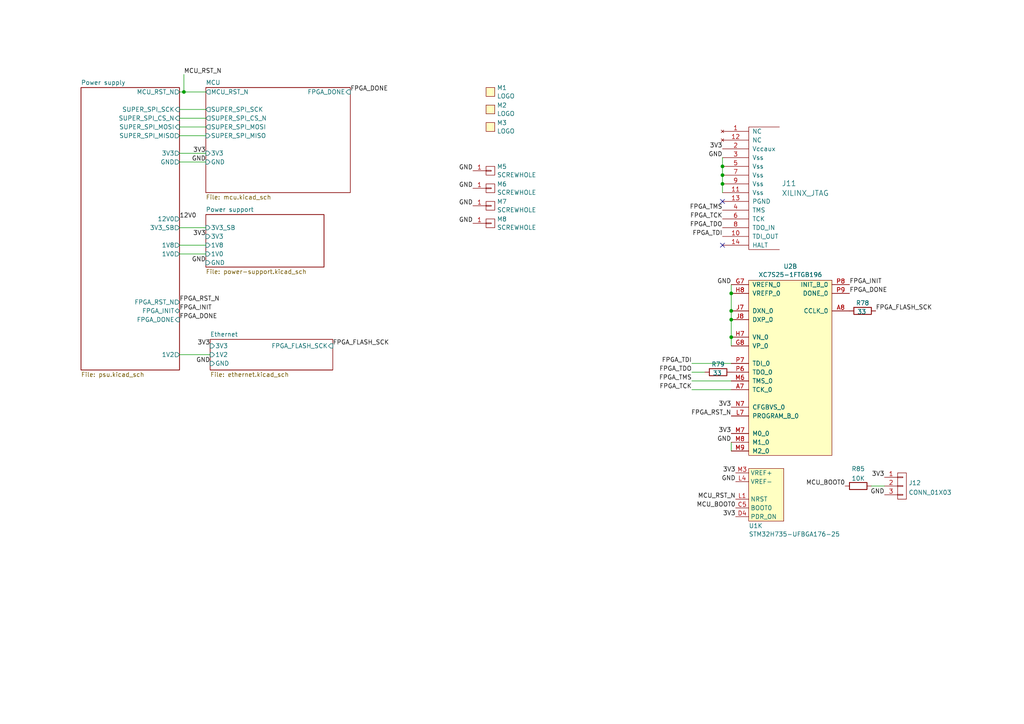
<source format=kicad_sch>
(kicad_sch (version 20231120) (generator "eeschema") (generator_version "8.0")
  (paper "A4")
  (title_block (title "FPGA - STM32 Interface Test") (date "2024-06-13") (rev "0.1") (company "Antikernel Labs") (comment 1 "Andrew D. Zonenberg"))
  (lib_symbols
    (symbol "conn:CONN_01X01" (pin_names (offset 1.016) hide)
      (property "Reference" "J" (at 0 2.54 0))
      (property "Value" "CONN_01X01" (at 2.54 0 90))
      (symbol "CONN_01X01_1_1"
        (pin passive line (at -5.08 0 0) (length 3.81) (name "P1") (number "1"))
      )
    )
    (symbol "conn:CONN_01X03" (pin_names (offset 1.016) hide)
      (property "Reference" "J" (at 0 5.08 0))
      (property "Value" "CONN_01X03" (at 2.54 0 90))
      (symbol "CONN_01X03_1_1"
        (pin passive line (at -5.08 2.54 0) (length 3.81) (name "P1") (number "1"))
        (pin passive line (at -5.08 0 0) (length 3.81) (name "P2") (number "2"))
        (pin passive line (at -5.08 -2.54 0) (length 3.81) (name "P3") (number "3"))
      )
    )
    (symbol "device:R" (pin_numbers hide) (pin_names (offset 0))
      (property "Reference" "R" (at 2.032 0 90))
      (property "Value" "R" (at 0 0 90))
      (symbol "R_1_1"
        (pin passive line (at 0 3.81 270) (length 1.27) (name "~") (number "1"))
        (pin passive line (at 0 -3.81 90) (length 1.27) (name "~") (number "2"))
      )
    )
    (symbol "special-azonenberg:MECHANICAL" (pin_names (offset 1.016))
      (property "Reference" "M" (at 0 -2.54 0))
      (property "Value" "MECHANICAL" (at 0 -5.08 0))
    )
    (symbol "st-azonenberg:STM32H735-UFBGA176-25"
      (property "Reference" "U" (at 0 -1.27 0))
      (property "Value" "STM32H735-UFBGA176-25" (at 0 -3.81 0))
      (symbol "STM32H735-UFBGA176-25_1_1"
        (pin bidirectional line (at -3.81 1.27 0) (length 3.81) (name "PA15") (number "A11") (alternate "JTDI" input line) (alternate "SPI6_NSS" bidirectional line))
        (pin bidirectional line (at -3.81 3.81 0) (length 3.81) (name "PA14") (number "A12") (alternate "JTCK" input line))
        (pin bidirectional line (at -3.81 6.35 0) (length 3.81) (name "PA13") (number "B13") (alternate "JTMS" input line))
        (pin bidirectional line (at -3.81 19.05 0) (length 3.81) (name "PA8") (number "B14"))
        (pin bidirectional line (at -3.81 8.89 0) (length 3.81) (name "PA12") (number "B15") (alternate "UART4_TX" output line))
        (pin bidirectional line (at -3.81 13.97 0) (length 3.81) (name "PA10") (number "C14"))
        (pin bidirectional line (at -3.81 11.43 0) (length 3.81) (name "PA11") (number "C15") (alternate "UART4_RX" input line))
        (pin bidirectional line (at -3.81 16.51 0) (length 3.81) (name "PA9") (number "D13"))
        (pin bidirectional line (at -3.81 31.75 0) (length 3.81) (name "PA3") (number "N5") (alternate "OCTOSPIM_P1_CLK" output line) (alternate "OCTOSPIM_P1_IO2" bidirectional line))
        (pin bidirectional line (at -3.81 21.59 0) (length 3.81) (name "PA7") (number "N6") (alternate "ETH_RMII_CRS_DV" input line) (alternate "OCTOSPIM_P1_IO2" bidirectional line) (alternate "SPI6_MOSI" bidirectional line))
        (pin bidirectional line (at -3.81 44.45 0) (length 3.81) (name "PA0") (number "P1") (alternate "SPI6_NSS" bidirectional line) (alternate "UART4_TX" output line))
        (pin bidirectional line (at -3.81 39.37 0) (length 3.81) (name "PA1") (number "P2") (alternate "ETH_RMII_REF_CLK" input line) (alternate "OCTOSPIM_P1_IO3" bidirectional line) (alternate "UART4_RX" input line))
        (pin bidirectional line (at -3.81 36.83 0) (length 3.81) (name "PA1_C") (number "P3"))
        (pin bidirectional line (at -3.81 29.21 0) (length 3.81) (name "PA4") (number "P5") (alternate "FMC_AD8" bidirectional line) (alternate "SPI6_NSS" input line))
        (pin bidirectional line (at -3.81 26.67 0) (length 3.81) (name "PA5") (number "P6") (alternate "FMC_AD9" bidirectional line) (alternate "SPI6_SCK" bidirectional line))
        (pin bidirectional line (at -3.81 34.29 0) (length 3.81) (name "PA2") (number "R2") (alternate "OCTOSPIM_P1_IO0" bidirectional line))
        (pin bidirectional line (at -3.81 41.91 0) (length 3.81) (name "PA0_C") (number "R3"))
        (pin bidirectional line (at -3.81 24.13 0) (length 3.81) (name "PA6") (number "R7") (alternate "OCTOSPIM_P1_IO3" bidirectional line))
      )
      (symbol "STM32H735-UFBGA176-25_2_1"
        (pin bidirectional line (at -3.81 19.05 0) (length 3.81) (name "PB8") (number "A2") (alternate "UART4_RX" input line))
        (pin bidirectional line (at -3.81 24.13 0) (length 3.81) (name "PB6") (number "A5") (alternate "OCTOSPIM_P1_NCS" bidirectional line))
        (pin bidirectional line (at -3.81 31.75 0) (length 3.81) (name "PB3") (number "A6") (alternate "JTDO" output line) (alternate "SPI6_SCK" bidirectional line))
        (pin bidirectional line (at -3.81 16.51 0) (length 3.81) (name "PB9") (number "B3") (alternate "UART4_TX" output line))
        (pin bidirectional line (at -3.81 21.59 0) (length 3.81) (name "PB7") (number "B5") (alternate "FMC_NL" bidirectional line))
        (pin bidirectional line (at -3.81 29.21 0) (length 3.81) (name "PB4") (number "B6") (alternate "NJTRST" bidirectional line))
        (pin bidirectional line (at -3.81 26.67 0) (length 3.81) (name "PB5") (number "C6") (alternate "SPI6_MOSI" bidirectional line))
        (pin bidirectional line (at -3.81 1.27 0) (length 3.81) (name "PB15") (number "K14") (alternate "FMC_AD11" bidirectional line))
        (pin bidirectional line (at -3.81 3.81 0) (length 3.81) (name "PB14") (number "K15") (alternate "FMC_AD10" bidirectional line))
        (pin bidirectional line (at -3.81 6.35 0) (length 3.81) (name "PB13") (number "L15") (alternate "ETH_RMII_TXD1" output line) (alternate "OCTOSPIM_P1_IO2" bidirectional line))
        (pin bidirectional line (at -3.81 8.89 0) (length 3.81) (name "PB12") (number "M15") (alternate "ETH_RMII_TXD0" output line) (alternate "OCTOSPIM_P1_IO0" bidirectional line))
        (pin bidirectional line (at -3.81 36.83 0) (length 3.81) (name "PB1") (number "M8") (alternate "OCTOSPIM_P1_IO0" bidirectional line))
        (pin bidirectional line (at -3.81 13.97 0) (length 3.81) (name "PB10") (number "N12") (alternate "I2C2_SCL" output line) (alternate "OCTOSPIM_P1_NCS" bidirectional line))
        (pin bidirectional line (at -3.81 11.43 0) (length 3.81) (name "PB11") (number "P10") (alternate "ETH_RMII_TX_EN" output line) (alternate "I2C2_SDA" bidirectional line))
        (pin bidirectional line (at -3.81 34.29 0) (length 3.81) (name "PB2") (number "P7") (alternate "OCTOSPIM_P1_CLK" output line))
        (pin bidirectional line (at -3.81 39.37 0) (length 3.81) (name "PB0") (number "R8") (alternate "OCTOSPIM_P1_IO1" bidirectional line))
      )
      (symbol "STM32H735-UFBGA176-25_3_1"
        (pin bidirectional line (at -3.81 8.89 0) (length 3.81) (name "PC12") (number "B11") (alternate "FMC_AD6" bidirectional line) (alternate "SPI6_SCK" bidirectional line) (alternate "TRACED3" bidirectional line))
        (pin bidirectional line (at -3.81 6.35 0) (length 3.81) (name "PC13") (number "C1"))
        (pin bidirectional line (at -3.81 11.43 0) (length 3.81) (name "PC11") (number "C11") (alternate "OCTOSPIM_P1_NCS" bidirectional line) (alternate "UART4_RX" input line))
        (pin bidirectional line (at -3.81 13.97 0) (length 3.81) (name "PC10") (number "C12") (alternate "OCTOSPIM_P1_IO1" bidirectional line) (alternate "UART4_TX" output line))
        (pin bidirectional line (at -3.81 1.27 0) (length 3.81) (name "PC15") (number "D1"))
        (pin bidirectional line (at -3.81 19.05 0) (length 3.81) (name "PC8") (number "D14") (alternate "TRACED1" bidirectional line))
        (pin bidirectional line (at -3.81 21.59 0) (length 3.81) (name "PC7") (number "D15") (alternate "FMC_NE1" bidirectional line))
        (pin bidirectional line (at -3.81 3.81 0) (length 3.81) (name "PC14") (number "D2"))
        (pin bidirectional line (at -3.81 16.51 0) (length 3.81) (name "PC9") (number "E13") (alternate "OCTOSPIM_P1_IO0" bidirectional line))
        (pin bidirectional line (at -3.81 24.13 0) (length 3.81) (name "PC6") (number "E14") (alternate "FMC_NWAIT" bidirectional line))
        (pin bidirectional line (at -3.81 44.45 0) (length 3.81) (name "PC0") (number "L2") (alternate "FMC_AD12" bidirectional line))
        (pin bidirectional line (at -3.81 41.91 0) (length 3.81) (name "PC1") (number "L3") (alternate "TRACED0" bidirectional line))
        (pin bidirectional line (at -3.81 39.37 0) (length 3.81) (name "PC2") (number "M1") (alternate "OCTOSPIM_P1_IO2" bidirectional line))
        (pin bidirectional line (at -3.81 34.29 0) (length 3.81) (name "PC3") (number "M2"))
        (pin bidirectional line (at -3.81 26.67 0) (length 3.81) (name "PC5") (number "M7") (alternate "ETH_RMII_RXD1" input line))
        (pin bidirectional line (at -3.81 36.83 0) (length 3.81) (name "PC2_C") (number "N1"))
        (pin bidirectional line (at -3.81 31.75 0) (length 3.81) (name "PC3_C") (number "N2"))
        (pin bidirectional line (at -3.81 29.21 0) (length 3.81) (name "PC4") (number "R6") (alternate "ETH_RMII_RXD0" input line))
      )
      (symbol "STM32H735-UFBGA176-25_4_1"
        (pin bidirectional line (at -3.81 36.83 0) (length 3.81) (name "PD1") (number "A10") (alternate "FMC_AD3" bidirectional line) (alternate "UART4_TX" output line))
        (pin bidirectional line (at -3.81 31.75 0) (length 3.81) (name "PD3") (number "A9") (alternate "FMC_CLK" output line))
        (pin bidirectional line (at -3.81 34.29 0) (length 3.81) (name "PD2") (number "B10") (alternate "FMC_AD7" bidirectional line) (alternate "TRACED2" bidirectional line))
        (pin bidirectional line (at -3.81 21.59 0) (length 3.81) (name "PD7") (number "B8") (alternate "FMC_NE1" bidirectional line))
        (pin bidirectional line (at -3.81 26.67 0) (length 3.81) (name "PD5") (number "B9") (alternate "FMC_NWE" output line))
        (pin bidirectional line (at -3.81 39.37 0) (length 3.81) (name "PD0") (number "C10") (alternate "FMC_AD2" bidirectional line) (alternate "UART4_RX" input line))
        (pin bidirectional line (at -3.81 29.21 0) (length 3.81) (name "PD4") (number "C9") (alternate "FMC_NOE" output line))
        (pin bidirectional line (at -3.81 24.13 0) (length 3.81) (name "PD6") (number "D9") (alternate "FMC_NWAIT" bidirectional line))
        (pin bidirectional line (at -3.81 3.81 0) (length 3.81) (name "PD14") (number "H14") (alternate "FMC_AD0" bidirectional line))
        (pin bidirectional line (at -3.81 6.35 0) (length 3.81) (name "PD13") (number "H15") (alternate "FMC_A18" output line) (alternate "OCTOSPIM_P1_IO3" bidirectional line))
        (pin bidirectional line (at -3.81 1.27 0) (length 3.81) (name "PD15") (number "J12") (alternate "FMC_AD1" bidirectional line))
        (pin bidirectional line (at -3.81 11.43 0) (length 3.81) (name "PD11") (number "J13") (alternate "FMC_A16" bidirectional line) (alternate "OCTOSPIM_P1_IO0" bidirectional line))
        (pin bidirectional line (at -3.81 8.89 0) (length 3.81) (name "PD12") (number "J15") (alternate "FMC_A17" bidirectional line) (alternate "OCTOSPIM_P1_IO1" bidirectional line))
        (pin bidirectional line (at -3.81 16.51 0) (length 3.81) (name "PD9") (number "K13") (alternate "FMC_AD14" bidirectional line))
        (pin bidirectional line (at -3.81 13.97 0) (length 3.81) (name "PD10") (number "L13") (alternate "FMC_AD15" bidirectional line))
        (pin bidirectional line (at -3.81 19.05 0) (length 3.81) (name "PD8") (number "L14") (alternate "FMC_AD13" bidirectional line))
      )
      (symbol "STM32H735-UFBGA176-25_5_1"
        (pin bidirectional line (at -3.81 29.21 0) (length 3.81) (name "PE4") (number "B1") (alternate "SPI4_NSS" input line) (alternate "TRACED1" bidirectional line))
        (pin bidirectional line (at -3.81 31.75 0) (length 3.81) (name "PE3") (number "B2") (alternate "TRACED0" output line))
        (pin bidirectional line (at -3.81 39.37 0) (length 3.81) (name "PE0") (number "B4") (alternate "FMC_NBL0" bidirectional line))
        (pin bidirectional line (at -3.81 34.29 0) (length 3.81) (name "PE2") (number "C3") (alternate "OCTOSPIM_P1_IO2" bidirectional line) (alternate "SPI4_SCK" output line) (alternate "TRACECLK" output line))
        (pin bidirectional line (at -3.81 36.83 0) (length 3.81) (name "PE1") (number "C4") (alternate "FMC_NBL1" bidirectional line))
        (pin bidirectional line (at -3.81 26.67 0) (length 3.81) (name "PE5") (number "D3") (alternate "SPI4_MISO" bidirectional line) (alternate "TRACED2" bidirectional line))
        (pin bidirectional line (at -3.81 24.13 0) (length 3.81) (name "PE6") (number "E3") (alternate "SPI4_MOSI" output line) (alternate "TRACED3" bidirectional line))
        (pin bidirectional line (at -3.81 3.81 0) (length 3.81) (name "PE14") (number "M12") (alternate "FMC_AD11" bidirectional line) (alternate "SPI4_MOSI" bidirectional line))
        (pin bidirectional line (at -3.81 19.05 0) (length 3.81) (name "PE8") (number "N8") (alternate "FMC_AD5" bidirectional line))
        (pin bidirectional line (at -3.81 8.89 0) (length 3.81) (name "PE12") (number "P12") (alternate "FMC_AD9" bidirectional line) (alternate "SPI4_SCK" bidirectional line))
        (pin bidirectional line (at -3.81 6.35 0) (length 3.81) (name "PE13") (number "P13") (alternate "FMC_AD10" bidirectional line) (alternate "SPI4_MISO" bidirectional line))
        (pin bidirectional line (at -3.81 1.27 0) (length 3.81) (name "PE15") (number "P14") (alternate "FMC_AD12" bidirectional line))
        (pin bidirectional line (at -3.81 21.59 0) (length 3.81) (name "PE7") (number "P9") (alternate "FMC_AD4" bidirectional line))
        (pin bidirectional line (at -3.81 16.51 0) (length 3.81) (name "PE9") (number "R11") (alternate "FMC_AD6" bidirectional line))
        (pin bidirectional line (at -3.81 11.43 0) (length 3.81) (name "PE11") (number "R12") (alternate "FMC_AD8" bidirectional line) (alternate "OCTOSPIM_P1_NCS" bidirectional line) (alternate "SPI4_NSS" input line))
        (pin bidirectional line (at -3.81 13.97 0) (length 3.81) (name "PE10") (number "R9") (alternate "FMC_AD7" bidirectional line))
      )
      (symbol "STM32H735-UFBGA176-25_6_1"
        (pin bidirectional line (at -3.81 36.83 0) (length 3.81) (name "PF1") (number "F3") (alternate "I2C2_SCL" output line) (alternate "OCTOSPIM_P2_IO1" bidirectional line))
        (pin bidirectional line (at -3.81 39.37 0) (length 3.81) (name "PF0") (number "F4") (alternate "I2C2_SDA" bidirectional line) (alternate "OCTOSPIM_P2_IO0" bidirectional line))
        (pin bidirectional line (at -3.81 34.29 0) (length 3.81) (name "PF2") (number "G3") (alternate "OCTOSPIM_P2_IO2" bidirectional line))
        (pin bidirectional line (at -3.81 24.13 0) (length 3.81) (name "PF6") (number "H1") (alternate "OCTOSPIM_P1_IO3" bidirectional line))
        (pin bidirectional line (at -3.81 29.21 0) (length 3.81) (name "PF4") (number "H2") (alternate "OCTOSPIM_P2_CLK" output line))
        (pin bidirectional line (at -3.81 26.67 0) (length 3.81) (name "PF5") (number "H3"))
        (pin bidirectional line (at -3.81 31.75 0) (length 3.81) (name "PF3") (number "H4") (alternate "OCTOSPIM_P2_IO3" bidirectional line))
        (pin bidirectional line (at -3.81 19.05 0) (length 3.81) (name "PF8") (number "J2") (alternate "OCTOSPIM_P1_IO0" bidirectional line))
        (pin bidirectional line (at -3.81 21.59 0) (length 3.81) (name "PF7") (number "J3") (alternate "OCTOSPIM_P1_IO2" bidirectional line))
        (pin bidirectional line (at -3.81 16.51 0) (length 3.81) (name "PF9") (number "J4") (alternate "OCTOSPIM_P1_IO1" bidirectional line))
        (pin bidirectional line (at -3.81 13.97 0) (length 3.81) (name "PF10") (number "K3") (alternate "OCTOSPIM_P1_CLK" output line))
        (pin bidirectional line (at -3.81 1.27 0) (length 3.81) (name "PF15") (number "N10"))
        (pin bidirectional line (at -3.81 6.35 0) (length 3.81) (name "PF13") (number "N11"))
        (pin bidirectional line (at -3.81 11.43 0) (length 3.81) (name "PF11") (number "N7"))
        (pin bidirectional line (at -3.81 8.89 0) (length 3.81) (name "PF12") (number "P11") (alternate "OCTOSPIM_P2_DQS" bidirectional line))
        (pin bidirectional line (at -3.81 3.81 0) (length 3.81) (name "PF14") (number "R10"))
      )
      (symbol "STM32H735-UFBGA176-25_7_1"
        (pin bidirectional line (at -3.81 11.43 0) (length 3.81) (name "PG11") (number "A7") (alternate "ETH_RMII_TX_EN" output line) (alternate "OCTOSPIM_P2_IO7" bidirectional line))
        (pin bidirectional line (at -3.81 16.51 0) (length 3.81) (name "PG9") (number "A8"))
        (pin bidirectional line (at -3.81 6.35 0) (length 3.81) (name "PG13") (number "B7") (alternate "ETH_RMII_TXD0" output line) (alternate "SPI6_SCK" bidirectional line) (alternate "TRACED0" bidirectional line))
        (pin bidirectional line (at -3.81 3.81 0) (length 3.81) (name "PG14") (number "C7") (alternate "ETH_RMII_TXD1" output line) (alternate "SPI6_MOSI" bidirectional line) (alternate "TRACED1" bidirectional line))
        (pin bidirectional line (at -3.81 13.97 0) (length 3.81) (name "PG10") (number "C8") (alternate "FMC_NE3" bidirectional line) (alternate "OCTOSPIM_P2_IO6" bidirectional line))
        (pin bidirectional line (at -3.81 1.27 0) (length 3.81) (name "PG15") (number "D7") (alternate "OCTOSPIM_P2_DQS" bidirectional line))
        (pin bidirectional line (at -3.81 8.89 0) (length 3.81) (name "PG12") (number "D8") (alternate "ETH_RMII_TXD1" output line) (alternate "OCTOSPIM_P2_NCS" bidirectional line))
        (pin bidirectional line (at -3.81 24.13 0) (length 3.81) (name "PG6") (number "F14") (alternate "FMC_NE3" bidirectional line) (alternate "OCTOSPIM_P1_NCS" bidirectional line))
        (pin bidirectional line (at -3.81 26.67 0) (length 3.81) (name "PG5") (number "F15"))
        (pin bidirectional line (at -3.81 19.05 0) (length 3.81) (name "PG8") (number "G12") (alternate "SPI6_NSS" bidirectional line))
        (pin bidirectional line (at -3.81 21.59 0) (length 3.81) (name "PG7") (number "G13") (alternate "OCTOSPIM_P2_DQS" bidirectional line))
        (pin bidirectional line (at -3.81 29.21 0) (length 3.81) (name "PG4") (number "G14"))
        (pin bidirectional line (at -3.81 34.29 0) (length 3.81) (name "PG2") (number "G15"))
        (pin bidirectional line (at -3.81 31.75 0) (length 3.81) (name "PG3") (number "H13"))
        (pin bidirectional line (at -3.81 36.83 0) (length 3.81) (name "PG1") (number "N9") (alternate "OCTOSPIM_P2_IO5" bidirectional line))
        (pin bidirectional line (at -3.81 39.37 0) (length 3.81) (name "PG0") (number "P8") (alternate "OCTOSPIM_P2_IO4" bidirectional line))
      )
      (symbol "STM32H735-UFBGA176-25_8_1"
        (pin bidirectional line (at -3.81 3.81 0) (length 3.81) (name "PH14") (number "B12") (alternate "UART4_RX" input line))
        (pin bidirectional line (at -3.81 6.35 0) (length 3.81) (name "PH13") (number "C13") (alternate "UART4_TX" output line))
        (pin bidirectional line (at -3.81 1.27 0) (length 3.81) (name "PH15") (number "D12"))
        (pin bidirectional line (at -3.81 39.37 0) (length 3.81) (name "PH0") (number "J1") (alternate "OSC_IN" input line))
        (pin bidirectional line (at -3.81 36.83 0) (length 3.81) (name "PH1") (number "K1"))
        (pin bidirectional line (at -3.81 21.59 0) (length 3.81) (name "PH7") (number "M11"))
        (pin bidirectional line (at -3.81 11.43 0) (length 3.81) (name "PH11") (number "M13"))
        (pin bidirectional line (at -3.81 16.51 0) (length 3.81) (name "PH9") (number "M14"))
        (pin bidirectional line (at -3.81 19.05 0) (length 3.81) (name "PH8") (number "N13"))
        (pin bidirectional line (at -3.81 13.97 0) (length 3.81) (name "PH10") (number "N14"))
        (pin bidirectional line (at -3.81 8.89 0) (length 3.81) (name "PH12") (number "N15"))
        (pin bidirectional line (at -3.81 34.29 0) (length 3.81) (name "PH2") (number "N4"))
        (pin bidirectional line (at -3.81 24.13 0) (length 3.81) (name "PH6") (number "P15"))
        (pin bidirectional line (at -3.81 29.21 0) (length 3.81) (name "PH4") (number "P4") (alternate "I2C2_SCL" output line))
        (pin bidirectional line (at -3.81 31.75 0) (length 3.81) (name "PH3") (number "R4"))
        (pin bidirectional line (at -3.81 26.67 0) (length 3.81) (name "PH5") (number "R5") (alternate "I2C2_SDA" bidirectional line))
      )
      (symbol "STM32H735-UFBGA176-25_9_1"
        (pin power_in line (at -3.81 36.83 0) (length 3.81) (name "VDDLDO") (number "A13"))
        (pin power_in line (at 26.67 46.99 180) (length 3.81) (name "VCAP") (number "A14"))
        (pin power_in line (at -3.81 34.29 0) (length 3.81) (name "VDDLDO") (number "A3"))
        (pin power_out line (at 26.67 49.53 180) (length 3.81) (name "VCAP") (number "A4"))
        (pin power_in line (at -3.81 21.59 0) (length 3.81) (name "VDD") (number "D11"))
        (pin power_in line (at -3.81 24.13 0) (length 3.81) (name "VDD") (number "D5"))
        (pin power_in line (at -3.81 16.51 0) (length 3.81) (name "VDD") (number "E12"))
        (pin power_in line (at -3.81 52.07 0) (length 3.81) (name "VDD50USB") (number "E15"))
        (pin power_in line (at -3.81 57.15 0) (length 3.81) (name "VBAT") (number "E2"))
        (pin power_in line (at -3.81 19.05 0) (length 3.81) (name "VDD") (number "E4"))
        (pin power_out line (at 26.67 57.15 180) (length 3.81) (name "VLXSMPS") (number "F1"))
        (pin power_in line (at -3.81 49.53 0) (length 3.81) (name "VDD33USB") (number "F13"))
        (pin power_in line (at -3.81 29.21 0) (length 3.81) (name "VDDSMPS") (number "G1"))
        (pin power_in line (at 26.67 54.61 180) (length 3.81) (name "VFBSMPS") (number "G2"))
        (pin power_in line (at -3.81 13.97 0) (length 3.81) (name "VDD") (number "G4"))
        (pin power_in line (at -3.81 11.43 0) (length 3.81) (name "VDD") (number "H12"))
        (pin power_in line (at -3.81 8.89 0) (length 3.81) (name "VDD") (number "K4"))
        (pin power_in line (at -3.81 6.35 0) (length 3.81) (name "VDD") (number "L12"))
        (pin power_in line (at -3.81 44.45 0) (length 3.81) (name "VDDA") (number "M4"))
        (pin power_in line (at -3.81 3.81 0) (length 3.81) (name "VDD") (number "M5"))
        (pin power_in line (at -3.81 1.27 0) (length 3.81) (name "VDD") (number "M9"))
        (pin power_in line (at 26.67 44.45 180) (length 3.81) (name "VCAP") (number "R13"))
        (pin power_in line (at -3.81 39.37 0) (length 3.81) (name "VDDLDO") (number "R14"))
      )
      (symbol "STM32H735-UFBGA176-25_10_1"
        (pin power_in line (at -3.81 52.07 0) (length 3.81) (name "VSS") (number "A1"))
        (pin power_in line (at -3.81 49.53 0) (length 3.81) (name "VSS") (number "A15"))
        (pin power_in line (at -3.81 46.99 0) (length 3.81) (name "VSS") (number "C2"))
        (pin power_in line (at -3.81 44.45 0) (length 3.81) (name "VSS") (number "D10"))
        (pin power_in line (at -3.81 41.91 0) (length 3.81) (name "VSS") (number "D6"))
        (pin power_in line (at -3.81 39.37 0) (length 3.81) (name "VSS") (number "E1"))
        (pin power_in line (at -3.81 36.83 0) (length 3.81) (name "VSS") (number "F10"))
        (pin power_in line (at -3.81 34.29 0) (length 3.81) (name "VSS") (number "F12"))
        (pin power_in line (at 21.59 52.07 180) (length 3.81) (name "VSSSMPS") (number "F2"))
        (pin power_in line (at -3.81 31.75 0) (length 3.81) (name "VSS") (number "F6"))
        (pin power_in line (at -3.81 29.21 0) (length 3.81) (name "VSS") (number "F7"))
        (pin power_in line (at -3.81 26.67 0) (length 3.81) (name "VSS") (number "F8"))
        (pin power_in line (at -3.81 24.13 0) (length 3.81) (name "VSS") (number "F9"))
        (pin power_in line (at -3.81 21.59 0) (length 3.81) (name "VSS") (number "G10"))
        (pin power_in line (at -3.81 19.05 0) (length 3.81) (name "VSS") (number "G6"))
        (pin power_in line (at -3.81 16.51 0) (length 3.81) (name "VSS") (number "G7"))
        (pin power_in line (at -3.81 13.97 0) (length 3.81) (name "VSS") (number "G8"))
        (pin power_in line (at -3.81 11.43 0) (length 3.81) (name "VSS") (number "G9"))
        (pin power_in line (at -3.81 8.89 0) (length 3.81) (name "VSS") (number "H10"))
        (pin power_in line (at -3.81 6.35 0) (length 3.81) (name "VSS") (number "H6"))
        (pin power_in line (at -3.81 3.81 0) (length 3.81) (name "VSS") (number "H7"))
        (pin power_in line (at -3.81 1.27 0) (length 3.81) (name "VSS") (number "H8"))
        (pin power_in line (at 21.59 44.45 180) (length 3.81) (name "VSS") (number "H9"))
        (pin power_in line (at 21.59 41.91 180) (length 3.81) (name "VSS") (number "J10"))
        (pin power_in line (at 21.59 39.37 180) (length 3.81) (name "VSS") (number "J14"))
        (pin power_in line (at 21.59 36.83 180) (length 3.81) (name "VSS") (number "J6"))
        (pin power_in line (at 21.59 34.29 180) (length 3.81) (name "VSS") (number "J7"))
        (pin power_in line (at 21.59 31.75 180) (length 3.81) (name "VSS") (number "J8"))
        (pin power_in line (at 21.59 29.21 180) (length 3.81) (name "VSS") (number "J9"))
        (pin power_in line (at 21.59 26.67 180) (length 3.81) (name "VSS") (number "K10"))
        (pin power_in line (at 21.59 24.13 180) (length 3.81) (name "VSS") (number "K12"))
        (pin power_in line (at 21.59 21.59 180) (length 3.81) (name "VSS") (number "K2"))
        (pin power_in line (at 21.59 19.05 180) (length 3.81) (name "VSS") (number "K6"))
        (pin power_in line (at 21.59 16.51 180) (length 3.81) (name "VSS") (number "K7"))
        (pin power_in line (at 21.59 13.97 180) (length 3.81) (name "VSS") (number "K8"))
        (pin power_in line (at 21.59 11.43 180) (length 3.81) (name "VSS") (number "K9"))
        (pin power_in line (at 21.59 8.89 180) (length 3.81) (name "VSS") (number "M10"))
        (pin power_in line (at 21.59 6.35 180) (length 3.81) (name "VSS") (number "M6"))
        (pin power_in line (at 21.59 49.53 180) (length 3.81) (name "VSSA") (number "N3"))
        (pin power_in line (at 21.59 3.81 180) (length 3.81) (name "VSS") (number "R1"))
        (pin power_in line (at 21.59 1.27 180) (length 3.81) (name "VSS") (number "R15"))
      )
      (symbol "STM32H735-UFBGA176-25_11_1"
        (pin input line (at -3.81 3.81 0) (length 3.81) (name "BOOT0") (number "C5"))
        (pin input line (at -3.81 1.27 0) (length 3.81) (name "PDR_ON") (number "D4"))
        (pin input line (at -3.81 6.35 0) (length 3.81) (name "NRST") (number "L1"))
        (pin input line (at -3.81 11.43 0) (length 3.81) (name "VREF-") (number "L4"))
        (pin input line (at -3.81 13.97 0) (length 3.81) (name "VREF+") (number "M3"))
      )
    )
    (symbol "xilinx-azonenberg:XC7Sx-FTGB196" (pin_names (offset 1.016))
      (property "Reference" "U" (at 1.27 -1.27 0))
      (property "Value" "XC7Sx-FTGB196" (at 7.62 -3.81 0))
      (symbol "XC7Sx-FTGB196_1_1"
        (pin power_in line (at 43.18 125.73 180) (length 5.08) (name "GND") (number "A1"))
        (pin power_in line (at 43.18 118.11 180) (length 5.08) (name "GND") (number "A11"))
        (pin power_in line (at 43.18 115.57 180) (length 5.08) (name "GND") (number "A14"))
        (pin power_in line (at 43.18 123.19 180) (length 5.08) (name "GND") (number "A6"))
        (pin power_in line (at 43.18 120.65 180) (length 5.08) (name "GND") (number "A9"))
        (pin power_in line (at 43.18 113.03 180) (length 5.08) (name "GND") (number "B4"))
        (pin power_in line (at 43.18 110.49 180) (length 5.08) (name "GND") (number "B7"))
        (pin power_in line (at -5.08 125.73 0) (length 5.08) (name "VCCBATT_0") (number "B8"))
        (pin power_in line (at 43.18 107.95 180) (length 5.08) (name "GND") (number "B9"))
        (pin power_in line (at 43.18 92.71 180) (length 5.08) (name "GND") (number "C13"))
        (pin power_in line (at 43.18 105.41 180) (length 5.08) (name "GND") (number "C2"))
        (pin power_in line (at 43.18 102.87 180) (length 5.08) (name "GND") (number "C6"))
        (pin power_in line (at 43.18 100.33 180) (length 5.08) (name "GND") (number "C7"))
        (pin power_in line (at 43.18 97.79 180) (length 5.08) (name "GND") (number "C8"))
        (pin power_in line (at 43.18 95.25 180) (length 5.08) (name "GND") (number "C9"))
        (pin power_in line (at 43.18 82.55 180) (length 5.08) (name "GND") (number "D11"))
        (pin power_in line (at 43.18 90.17 180) (length 5.08) (name "GND") (number "D5"))
        (pin power_in line (at -5.08 120.65 0) (length 5.08) (name "VCCINT") (number "D6"))
        (pin power_in line (at 43.18 87.63 180) (length 5.08) (name "GND") (number "D7"))
        (pin power_in line (at -5.08 118.11 0) (length 5.08) (name "VCCINT") (number "D8"))
        (pin power_in line (at 43.18 85.09 180) (length 5.08) (name "GND") (number "D9"))
        (pin power_in line (at 43.18 80.01 180) (length 5.08) (name "GND") (number "E1"))
        (pin power_in line (at 43.18 69.85 180) (length 5.08) (name "GND") (number "E10"))
        (pin power_in line (at 43.18 67.31 180) (length 5.08) (name "GND") (number "E14"))
        (pin power_in line (at 43.18 77.47 180) (length 5.08) (name "GND") (number "E3"))
        (pin power_in line (at -5.08 92.71 0) (length 5.08) (name "VCCBRAM") (number "E5"))
        (pin power_in line (at 43.18 74.93 180) (length 5.08) (name "GND") (number "E6"))
        (pin power_in line (at -5.08 115.57 0) (length 5.08) (name "VCCINT") (number "E7"))
        (pin power_in line (at 43.18 72.39 180) (length 5.08) (name "GND") (number "E8"))
        (pin power_in line (at -5.08 113.03 0) (length 5.08) (name "VCCINT") (number "E9"))
        (pin power_in line (at -5.08 82.55 0) (length 5.08) (name "VCCAUX") (number "F10"))
        (pin power_in line (at 43.18 64.77 180) (length 5.08) (name "GND") (number "F5"))
        (pin power_in line (at -5.08 110.49 0) (length 5.08) (name "VCCINT") (number "F6"))
        (pin power_in line (at 43.18 130.81 180) (length 5.08) (name "GNDADC_0") (number "F7"))
        (pin power_in line (at -5.08 130.81 0) (length 5.08) (name "VCCADC_0") (number "F8"))
        (pin power_in line (at 43.18 62.23 180) (length 5.08) (name "GND") (number "F9"))
        (pin power_in line (at 43.18 54.61 180) (length 5.08) (name "GND") (number "G10"))
        (pin power_in line (at 43.18 52.07 180) (length 5.08) (name "GND") (number "G12"))
        (pin power_in line (at -5.08 62.23 0) (length 5.08) (name "VCCO_14") (number "G13"))
        (pin power_in line (at -5.08 52.07 0) (length 5.08) (name "VCCO_34") (number "G2"))
        (pin power_in line (at 43.18 59.69 180) (length 5.08) (name "GND") (number "G3"))
        (pin power_in line (at -5.08 90.17 0) (length 5.08) (name "VCCBRAM") (number "G5"))
        (pin power_in line (at 43.18 57.15 180) (length 5.08) (name "GND") (number "G6"))
        (pin power_in line (at -5.08 107.95 0) (length 5.08) (name "VCCINT") (number "G9"))
        (pin power_in line (at -5.08 80.01 0) (length 5.08) (name "VCCAUX") (number "H10"))
        (pin power_in line (at 43.18 49.53 180) (length 5.08) (name "GND") (number "H5"))
        (pin power_in line (at -5.08 105.41 0) (length 5.08) (name "VCCINT") (number "H6"))
        (pin power_in line (at 43.18 46.99 180) (length 5.08) (name "GND") (number "H9"))
        (pin power_in line (at 43.18 41.91 180) (length 5.08) (name "GND") (number "J10"))
        (pin power_in line (at -5.08 87.63 0) (length 5.08) (name "VCCBRAM") (number "J5"))
        (pin power_in line (at 43.18 44.45 180) (length 5.08) (name "GND") (number "J6"))
        (pin power_in line (at -5.08 102.87 0) (length 5.08) (name "VCCINT") (number "J9"))
        (pin power_in line (at 43.18 39.37 180) (length 5.08) (name "GND") (number "K1"))
        (pin power_in line (at -5.08 77.47 0) (length 5.08) (name "VCCAUX") (number "K10"))
        (pin power_in line (at -5.08 59.69 0) (length 5.08) (name "VCCO_14") (number "K13"))
        (pin power_in line (at 43.18 29.21 180) (length 5.08) (name "GND") (number "K14"))
        (pin power_in line (at -5.08 49.53 0) (length 5.08) (name "VCCO_34") (number "K2"))
        (pin power_in line (at 43.18 36.83 180) (length 5.08) (name "GND") (number "K5"))
        (pin power_in line (at -5.08 100.33 0) (length 5.08) (name "VCCINT") (number "K6"))
        (pin power_in line (at 43.18 34.29 180) (length 5.08) (name "GND") (number "K7"))
        (pin power_in line (at -5.08 97.79 0) (length 5.08) (name "VCCINT") (number "K8"))
        (pin power_in line (at 43.18 31.75 180) (length 5.08) (name "GND") (number "K9"))
        (pin power_in line (at 43.18 19.05 180) (length 5.08) (name "GND") (number "L10"))
        (pin power_in line (at 43.18 16.51 180) (length 5.08) (name "GND") (number "L11"))
        (pin power_in line (at 43.18 26.67 180) (length 5.08) (name "GND") (number "L4"))
        (pin power_in line (at 43.18 24.13 180) (length 5.08) (name "GND") (number "L6"))
        (pin power_in line (at 43.18 21.59 180) (length 5.08) (name "GND") (number "L8"))
        (pin power_in line (at -5.08 74.93 0) (length 5.08) (name "VCCAUX") (number "L9"))
        (pin power_in line (at 43.18 6.35 180) (length 5.08) (name "GND") (number "N12"))
        (pin power_in line (at -5.08 57.15 0) (length 5.08) (name "VCCO_14") (number "N13"))
        (pin power_in line (at -5.08 46.99 0) (length 5.08) (name "VCCO_34") (number "N2"))
        (pin power_in line (at 43.18 13.97 180) (length 5.08) (name "GND") (number "N3"))
        (pin power_in line (at 43.18 11.43 180) (length 5.08) (name "GND") (number "N5"))
        (pin power_in line (at -5.08 69.85 0) (length 5.08) (name "VCCO_0") (number "N6"))
        (pin power_in line (at -5.08 67.31 0) (length 5.08) (name "VCCO_0") (number "N8"))
        (pin power_in line (at 43.18 8.89 180) (length 5.08) (name "GND") (number "N9"))
        (pin power_in line (at 43.18 3.81 180) (length 5.08) (name "GND") (number "P1"))
        (pin power_in line (at 43.18 1.27 180) (length 5.08) (name "GND") (number "P14"))
      )
      (symbol "XC7Sx-FTGB196_2_1"
        (pin input line (at -5.08 19.05 0) (length 5.08) (name "TCK_0") (number "A7"))
        (pin output line (at 29.21 41.91 180) (length 5.08) (name "CCLK_0") (number "A8"))
        (pin power_in line (at -5.08 49.53 0) (length 5.08) (name "VREFN_0") (number "G7"))
        (pin input line (at -5.08 31.75 0) (length 5.08) (name "VP_0") (number "G8"))
        (pin input line (at -5.08 34.29 0) (length 5.08) (name "VN_0") (number "H7"))
        (pin power_in line (at -5.08 46.99 0) (length 5.08) (name "VREFP_0") (number "H8"))
        (pin passive line (at -5.08 41.91 0) (length 5.08) (name "DXN_0") (number "J7"))
        (pin passive line (at -5.08 39.37 0) (length 5.08) (name "DXP_0") (number "J8"))
        (pin input line (at -5.08 11.43 0) (length 5.08) (name "PROGRAM_B_0") (number "L7"))
        (pin input line (at -5.08 21.59 0) (length 5.08) (name "TMS_0") (number "M6"))
        (pin input line (at -5.08 6.35 0) (length 5.08) (name "M0_0") (number "M7"))
        (pin input line (at -5.08 3.81 0) (length 5.08) (name "M1_0") (number "M8"))
        (pin input line (at -5.08 1.27 0) (length 5.08) (name "M2_0") (number "M9"))
        (pin input line (at -5.08 13.97 0) (length 5.08) (name "CFGBVS_0") (number "N7"))
        (pin output line (at -5.08 24.13 0) (length 5.08) (name "TDO_0") (number "P6"))
        (pin input line (at -5.08 26.67 0) (length 5.08) (name "TDI_0") (number "P7"))
        (pin output line (at 29.21 49.53 180) (length 5.08) (name "INIT_B_0") (number "P8"))
        (pin output line (at 29.21 46.99 180) (length 5.08) (name "DONE_0") (number "P9"))
      )
      (symbol "XC7Sx-FTGB196_3_1"
        (pin bidirectional line (at -5.08 110.49 0) (length 5.08) (name "IO_L3N_T0_DQS_EMCCLK_14") (number "A10"))
        (pin bidirectional line (at -5.08 107.95 0) (length 5.08) (name "IO_L4P_T0_D04_14") (number "A12"))
        (pin bidirectional line (at -5.08 105.41 0) (length 5.08) (name "IO_L4N_T0_D05_14") (number "A13"))
        (pin bidirectional line (at -5.08 113.03 0) (length 5.08) (name "IO_L3P_T0_DQS_PUDC_B_14") (number "B10"))
        (pin bidirectional line (at -5.08 123.19 0) (length 5.08) (name "IO_L1P_T0_D00_MOSI_14") (number "B11"))
        (pin bidirectional line (at -5.08 120.65 0) (length 5.08) (name "IO_L1N_T0_D01_DIN_14") (number "B12"))
        (pin bidirectional line (at -5.08 102.87 0) (length 5.08) (name "IO_L5P_T0_D06_14") (number "B13"))
        (pin bidirectional line (at -5.08 100.33 0) (length 5.08) (name "IO_L5N_T0_D07_14") (number "B14"))
        (pin bidirectional line (at -5.08 115.57 0) (length 5.08) (name "IO_L2N_T0_D03_14") (number "C10"))
        (pin bidirectional line (at -5.08 97.79 0) (length 5.08) (name "IO_L6P_T0_FCS_B_14") (number "C11"))
        (pin bidirectional line (at -5.08 95.25 0) (length 5.08) (name "IO_L6N_T0_D08_VREF_14") (number "C12"))
        (pin bidirectional line (at -5.08 69.85 0) (length 5.08) (name "IO_L11N_T1_SRCC_14") (number "C14"))
        (pin bidirectional line (at -5.08 118.11 0) (length 5.08) (name "IO_L2P_T0_D02_14") (number "D10"))
        (pin bidirectional line (at -5.08 87.63 0) (length 5.08) (name "IO_L8P_T1_D11_14") (number "D12"))
        (pin bidirectional line (at -5.08 85.09 0) (length 5.08) (name "IO_L8N_T1_D12_14") (number "D13"))
        (pin bidirectional line (at -5.08 72.39 0) (length 5.08) (name "IO_L11P_T1_SRCC_14") (number "D14"))
        (pin bidirectional line (at -5.08 125.73 0) (length 5.08) (name "IO_0_14") (number "E11"))
        (pin bidirectional line (at -5.08 90.17 0) (length 5.08) (name "IO_L7N_T1_D10_14") (number "E12"))
        (pin bidirectional line (at -5.08 74.93 0) (length 5.08) (name "IO_L10N_T1_D15_14") (number "E13"))
        (pin bidirectional line (at -5.08 64.77 0) (length 5.08) (name "IO_L12N_T1_MRCC_14") (number "F11"))
        (pin bidirectional line (at -5.08 92.71 0) (length 5.08) (name "IO_L7P_T1_D09_14") (number "F12"))
        (pin bidirectional line (at -5.08 77.47 0) (length 5.08) (name "IO_L10P_T1_D14_14") (number "F13"))
        (pin bidirectional line (at -5.08 80.01 0) (length 5.08) (name "IO_L9N_T1_DQS_D13_14") (number "F14"))
        (pin bidirectional line (at -5.08 67.31 0) (length 5.08) (name "IO_L12P_T1_MRCC_14") (number "G11"))
        (pin bidirectional line (at -5.08 82.55 0) (length 5.08) (name "IO_L9P_T1_DQS_14") (number "G14"))
        (pin bidirectional line (at -5.08 62.23 0) (length 5.08) (name "IO_L13P_T2_MRCC_14") (number "H11"))
        (pin bidirectional line (at -5.08 59.69 0) (length 5.08) (name "IO_L13N_T2_MRCC_14") (number "H12"))
        (pin bidirectional line (at -5.08 57.15 0) (length 5.08) (name "IO_L14P_T2_SRCC_14") (number "H13"))
        (pin bidirectional line (at -5.08 54.61 0) (length 5.08) (name "IO_L14N_T2_SRCC_14") (number "H14"))
        (pin bidirectional line (at -5.08 41.91 0) (length 5.08) (name "IO_L17P_T2_D30_14") (number "J11"))
        (pin bidirectional line (at -5.08 39.37 0) (length 5.08) (name "IO_L17N_T2_D29_14") (number "J12"))
        (pin bidirectional line (at -5.08 36.83 0) (length 5.08) (name "IO_L18P_T2_D28_14") (number "J13"))
        (pin bidirectional line (at -5.08 34.29 0) (length 5.08) (name "IO_L18N_T2_D27_14") (number "J14"))
        (pin bidirectional line (at -5.08 31.75 0) (length 5.08) (name "IO_L19P_T3_D26_14") (number "K11"))
        (pin bidirectional line (at -5.08 29.21 0) (length 5.08) (name "IO_L19N_T3_D25_VREF_14") (number "K12"))
        (pin bidirectional line (at -5.08 46.99 0) (length 5.08) (name "IO_L16P_T2_CSI_B_14") (number "L12"))
        (pin bidirectional line (at -5.08 44.45 0) (length 5.08) (name "IO_L16N_T2_D31_14") (number "L13"))
        (pin bidirectional line (at -5.08 49.53 0) (length 5.08) (name "IO_L15N_T2_DQS_DOUT_CSO_B_14") (number "L14"))
        (pin bidirectional line (at -5.08 1.27 0) (length 5.08) (name "IO_25_14") (number "M10"))
        (pin bidirectional line (at -5.08 26.67 0) (length 5.08) (name "IO_L20P_T3_D24_14") (number "M11"))
        (pin bidirectional line (at -5.08 24.13 0) (length 5.08) (name "IO_L20N_T3_D23_14") (number "M12"))
        (pin bidirectional line (at -5.08 52.07 0) (length 5.08) (name "IO_L15P_T2_DQS_RDWR_B_14") (number "M13"))
        (pin bidirectional line (at -5.08 19.05 0) (length 5.08) (name "IO_L21N_T3_DQS_D22_14") (number "M14"))
        (pin bidirectional line (at -5.08 11.43 0) (length 5.08) (name "IO_L23P_T3_D19_14") (number "N10"))
        (pin bidirectional line (at -5.08 8.89 0) (length 5.08) (name "IO_L23N_T3_D18_14") (number "N11"))
        (pin bidirectional line (at -5.08 21.59 0) (length 5.08) (name "IO_L21P_T3_DQS_14") (number "N14"))
        (pin bidirectional line (at -5.08 6.35 0) (length 5.08) (name "IO_L24P_T3_D17_14") (number "P10"))
        (pin bidirectional line (at -5.08 3.81 0) (length 5.08) (name "IO_L24N_T3_D16_14") (number "P11"))
        (pin bidirectional line (at -5.08 16.51 0) (length 5.08) (name "IO_L22P_T3_D21_14") (number "P12"))
        (pin bidirectional line (at -5.08 13.97 0) (length 5.08) (name "IO_L22N_T3_D20_14") (number "P13"))
      )
      (symbol "XC7Sx-FTGB196_4_1"
        (pin bidirectional line (at -5.08 110.49 0) (length 5.08) (name "IO_L3N_T0_DQS_34") (number "A2"))
        (pin bidirectional line (at -5.08 115.57 0) (length 5.08) (name "IO_L2N_T0_34") (number "A3"))
        (pin bidirectional line (at -5.08 118.11 0) (length 5.08) (name "IO_L2P_T0_34") (number "A4"))
        (pin bidirectional line (at -5.08 105.41 0) (length 5.08) (name "IO_L4N_T0_34") (number "A5"))
        (pin bidirectional line (at -5.08 100.33 0) (length 5.08) (name "IO_L5N_T0_34") (number "B1"))
        (pin bidirectional line (at -5.08 102.87 0) (length 5.08) (name "IO_L5P_T0_34") (number "B2"))
        (pin bidirectional line (at -5.08 113.03 0) (length 5.08) (name "IO_L3P_T0_DQS_34") (number "B3"))
        (pin bidirectional line (at -5.08 107.95 0) (length 5.08) (name "IO_L4P_T0_34") (number "B5"))
        (pin bidirectional line (at -5.08 125.73 0) (length 5.08) (name "IO_0_34") (number "B6"))
        (pin bidirectional line (at -5.08 69.85 0) (length 5.08) (name "IO_L11N_T1_SRCC_34") (number "C1"))
        (pin bidirectional line (at -5.08 120.65 0) (length 5.08) (name "IO_L1N_T0_34") (number "C3"))
        (pin bidirectional line (at -5.08 95.25 0) (length 5.08) (name "IO_L6N_T0_VREF_34") (number "C4"))
        (pin bidirectional line (at -5.08 97.79 0) (length 5.08) (name "IO_L6P_T0_34") (number "C5"))
        (pin bidirectional line (at -5.08 72.39 0) (length 5.08) (name "IO_L11P_T1_SRCC_34") (number "D1"))
        (pin bidirectional line (at -5.08 74.93 0) (length 5.08) (name "IO_L10N_T1_34") (number "D2"))
        (pin bidirectional line (at -5.08 123.19 0) (length 5.08) (name "IO_L1P_T0_34") (number "D3"))
        (pin bidirectional line (at -5.08 90.17 0) (length 5.08) (name "IO_L7N_T1_34") (number "D4"))
        (pin bidirectional line (at -5.08 77.47 0) (length 5.08) (name "IO_L10P_T1_34") (number "E2"))
        (pin bidirectional line (at -5.08 92.71 0) (length 5.08) (name "IO_L7P_T1_34") (number "E4"))
        (pin bidirectional line (at -5.08 80.01 0) (length 5.08) (name "IO_L9N_T1_DQS_34") (number "F1"))
        (pin bidirectional line (at -5.08 85.09 0) (length 5.08) (name "IO_L8N_T1_34") (number "F2"))
        (pin bidirectional line (at -5.08 87.63 0) (length 5.08) (name "IO_L8P_T1_34") (number "F3"))
        (pin bidirectional line (at -5.08 64.77 0) (length 5.08) (name "IO_L12N_T1_MRCC_34") (number "F4"))
        (pin bidirectional line (at -5.08 82.55 0) (length 5.08) (name "IO_L9P_T1_DQS_34") (number "G1"))
        (pin bidirectional line (at -5.08 67.31 0) (length 5.08) (name "IO_L12P_T1_MRCC_34") (number "G4"))
        (pin bidirectional line (at -5.08 54.61 0) (length 5.08) (name "IO_L14N_T2_SRCC_34") (number "H1"))
        (pin bidirectional line (at -5.08 57.15 0) (length 5.08) (name "IO_L14P_T2_SRCC_34") (number "H2"))
        (pin bidirectional line (at -5.08 59.69 0) (length 5.08) (name "IO_L13N_T2_MRCC_34") (number "H3"))
        (pin bidirectional line (at -5.08 62.23 0) (length 5.08) (name "IO_L13P_T2_MRCC_34") (number "H4"))
        (pin bidirectional line (at -5.08 49.53 0) (length 5.08) (name "IO_L15N_T2_DQS_34") (number "J1"))
        (pin bidirectional line (at -5.08 52.07 0) (length 5.08) (name "IO_L15P_T2_DQS_34") (number "J2"))
        (pin bidirectional line (at -5.08 39.37 0) (length 5.08) (name "IO_L17N_T2_34") (number "J3"))
        (pin bidirectional line (at -5.08 41.91 0) (length 5.08) (name "IO_L17P_T2_34") (number "J4"))
        (pin bidirectional line (at -5.08 44.45 0) (length 5.08) (name "IO_L16N_T2_34") (number "K3"))
        (pin bidirectional line (at -5.08 46.99 0) (length 5.08) (name "IO_L16P_T2_34") (number "K4"))
        (pin bidirectional line (at -5.08 34.29 0) (length 5.08) (name "IO_L18N_T2_34") (number "L1"))
        (pin bidirectional line (at -5.08 13.97 0) (length 5.08) (name "IO_L22N_T3_34") (number "L2"))
        (pin bidirectional line (at -5.08 16.51 0) (length 5.08) (name "IO_L22P_T3_34") (number "L3"))
        (pin bidirectional line (at -5.08 1.27 0) (length 5.08) (name "IO_25_34") (number "L5"))
        (pin bidirectional line (at -5.08 36.83 0) (length 5.08) (name "IO_L18P_T2_34") (number "M1"))
        (pin bidirectional line (at -5.08 29.21 0) (length 5.08) (name "IO_L19N_T3_VREF_34") (number "M2"))
        (pin bidirectional line (at -5.08 31.75 0) (length 5.08) (name "IO_L19P_T3_34") (number "M3"))
        (pin bidirectional line (at -5.08 8.89 0) (length 5.08) (name "IO_L23N_T3_34") (number "M4"))
        (pin bidirectional line (at -5.08 11.43 0) (length 5.08) (name "IO_L23P_T3_34") (number "M5"))
        (pin bidirectional line (at -5.08 24.13 0) (length 5.08) (name "IO_L20N_T3_34") (number "N1"))
        (pin bidirectional line (at -5.08 3.81 0) (length 5.08) (name "IO_L24N_T3_34") (number "N4"))
        (pin bidirectional line (at -5.08 26.67 0) (length 5.08) (name "IO_L20P_T3_34") (number "P2"))
        (pin bidirectional line (at -5.08 19.05 0) (length 5.08) (name "IO_L21N_T3_DQS_34") (number "P3"))
        (pin bidirectional line (at -5.08 21.59 0) (length 5.08) (name "IO_L21P_T3_DQS_34") (number "P4"))
        (pin bidirectional line (at -5.08 6.35 0) (length 5.08) (name "IO_L24P_T3_34") (number "P5"))
      )
    )
    (symbol "xilinx-azonenberg:XILINX_JTAG" (pin_names (offset 1.016))
      (property "Reference" "J" (at 12.7 39.37 0))
      (property "Value" "XILINX_JTAG" (at 12.7 36.83 0))
      (symbol "XILINX_JTAG_1_1"
        (pin no_connect line (at 0 33.02 0) (length 7.62) (name "NC") (number "1"))
        (pin output line (at 0 2.54 0) (length 7.62) (name "TDI_OUT") (number "10"))
        (pin power_in line (at 0 15.24 0) (length 7.62) (name "Vss") (number "11"))
        (pin no_connect line (at 0 30.48 0) (length 7.62) (name "NC") (number "12"))
        (pin bidirectional line (at 0 12.7 0) (length 7.62) (name "PGND") (number "13"))
        (pin output line (at 0 0 0) (length 7.62) (name "HALT") (number "14"))
        (pin power_in line (at 0 27.94 0) (length 7.62) (name "Vccaux") (number "2"))
        (pin power_in line (at 0 25.4 0) (length 7.62) (name "Vss") (number "3"))
        (pin output line (at 0 10.16 0) (length 7.62) (name "TMS") (number "4"))
        (pin power_in line (at 0 22.86 0) (length 7.62) (name "Vss") (number "5"))
        (pin output line (at 0 7.62 0) (length 7.62) (name "TCK") (number "6"))
        (pin power_in line (at 0 20.32 0) (length 7.62) (name "Vss") (number "7"))
        (pin input line (at 0 5.08 0) (length 7.62) (name "TDO_IN") (number "8"))
        (pin power_in line (at 0 17.78 0) (length 7.62) (name "Vss") (number "9"))
      )
    )
  )
  (junction (at 212.09 90.17))
  (junction (at 53.34 26.67))
  (junction (at 212.09 92.71))
  (junction (at 209.55 50.8))
  (junction (at 209.55 48.26))
  (junction (at 212.09 85.09))
  (junction (at 209.55 53.34))
  (junction (at 212.09 97.79))
  (no_connect (at 209.55 58.42))
  (no_connect (at 209.55 71.12))
  (wire (pts (xy 52.07 36.83) (xy 59.69 36.83)))
  (wire (pts (xy 212.09 92.71) (xy 212.09 97.79)))
  (wire (pts (xy 212.09 128.27) (xy 212.09 130.81)))
  (wire (pts (xy 212.09 82.55) (xy 212.09 85.09)))
  (wire (pts (xy 52.07 73.66) (xy 59.69 73.66)))
  (wire (pts (xy 212.09 85.09) (xy 212.09 90.17)))
  (wire (pts (xy 252.73 140.97) (xy 256.54 140.97)))
  (wire (pts (xy 212.09 97.79) (xy 212.09 100.33)))
  (wire (pts (xy 52.07 44.45) (xy 59.69 44.45)))
  (wire (pts (xy 209.55 53.34) (xy 209.55 55.88)))
  (wire (pts (xy 209.55 45.72) (xy 209.55 48.26)))
  (wire (pts (xy 52.07 102.87) (xy 60.96 102.87)))
  (wire (pts (xy 212.09 90.17) (xy 212.09 92.71)))
  (wire (pts (xy 209.55 48.26) (xy 209.55 50.8)))
  (wire (pts (xy 200.66 105.41) (xy 212.09 105.41)))
  (wire (pts (xy 52.07 66.04) (xy 59.69 66.04)))
  (wire (pts (xy 52.07 26.67) (xy 53.34 26.67)))
  (wire (pts (xy 52.07 46.99) (xy 59.69 46.99)))
  (wire (pts (xy 52.07 39.37) (xy 59.69 39.37)))
  (wire (pts (xy 53.34 21.59) (xy 53.34 26.67)))
  (wire (pts (xy 200.66 107.95) (xy 204.47 107.95)))
  (wire (pts (xy 200.66 110.49) (xy 212.09 110.49)))
  (wire (pts (xy 52.07 31.75) (xy 59.69 31.75)))
  (wire (pts (xy 200.66 113.03) (xy 212.09 113.03)))
  (wire (pts (xy 52.07 34.29) (xy 59.69 34.29)))
  (wire (pts (xy 53.34 26.67) (xy 59.69 26.67)))
  (wire (pts (xy 52.07 71.12) (xy 59.69 71.12)))
  (wire (pts (xy 209.55 50.8) (xy 209.55 53.34)))
  (label "GND" (at 137.16 64.77 180))
  (label "FPGA_FLASH_SCK" (at 96.52 100.33 0))
  (label "FPGA_TMS" (at 209.55 60.96 180))
  (label "FPGA_FLASH_SCK" (at 254 90.17 0))
  (label "GND" (at 60.96 105.41 180))
  (label "FPGA_TCK" (at 200.66 113.03 180))
  (label "GND" (at 59.69 76.2 180))
  (label "FPGA_DONE" (at 246.38 85.09 0))
  (label "GND" (at 209.55 45.72 180))
  (label "GND" (at 212.09 128.27 180))
  (label "GND" (at 59.69 46.99 180))
  (label "FPGA_DONE" (at 52.07 92.71 0))
  (label "GND" (at 137.16 54.61 180))
  (label "GND" (at 137.16 49.53 180))
  (label "FPGA_RST_N" (at 52.07 87.63 0))
  (label "GND" (at 256.54 143.51 180))
  (label "FPGA_TDI" (at 200.66 105.41 180))
  (label "FPGA_TDI" (at 209.55 68.58 180))
  (label "3V3" (at 59.69 44.45 180))
  (label "FPGA_TDO" (at 200.66 107.95 180))
  (label "3V3" (at 212.09 125.73 180))
  (label "12V0" (at 52.07 63.5 0))
  (label "MCU_BOOT0" (at 245.11 140.97 180))
  (label "3V3" (at 209.55 43.18 180))
  (label "3V3" (at 59.69 68.58 180))
  (label "FPGA_TCK" (at 209.55 63.5 180))
  (label "3V3" (at 256.54 138.43 180))
  (label "FPGA_INIT" (at 246.38 82.55 0))
  (label "MCU_RST_N" (at 213.36 144.78 180))
  (label "GND" (at 212.09 82.55 180))
  (label "FPGA_DONE" (at 101.6 26.67 0))
  (label "FPGA_INIT" (at 52.07 90.17 0))
  (label "GND" (at 137.16 59.69 180))
  (label "3V3" (at 212.09 118.11 180))
  (label "GND" (at 213.36 139.7 180))
  (label "3V3" (at 213.36 149.86 180))
  (label "MCU_BOOT0" (at 213.36 147.32 180))
  (label "FPGA_TDO" (at 209.55 66.04 180))
  (label "3V3" (at 60.96 100.33 180))
  (label "FPGA_TMS" (at 200.66 110.49 180))
  (label "FPGA_RST_N" (at 212.09 120.65 180))
  (label "MCU_RST_N" (at 53.34 21.59 0))
  (label "3V3" (at 213.36 137.16 180))
  (symbol (lib_id "st-azonenberg:STM32H735-UFBGA176-25") (at 217.17 151.13 0) (unit 11)
    (property "Reference" "U1" (at 217.17 152.5157 0) (effects (justify left)))
    (property "Value" "STM32H735-UFBGA176-25" (at 217.17 154.94 0) (effects (justify left)))
    (property "Footprint" "azonenberg_pcb:BGA_201_10x10_DEPOP_0.65MM_OSHPARK" (effects (hide yes)))
    (pin "B1" (alternate "SPI4_NSS"))
    (pin "B4" (alternate "FMC_NBL0"))
    (pin "A6" (alternate "JTDO"))
    (pin "J15" (alternate "FMC_A17"))
    (pin "H14" (alternate "FMC_AD0"))
    (pin "C10" (alternate "FMC_AD2"))
    (pin "N6" (alternate "ETH_RMII_CRS_DV"))
    (pin "J13" (alternate "FMC_A16"))
    (pin "R7" (alternate "OCTOSPIM_P1_IO3"))
    (pin "L3" (alternate "TRACED0"))
    (pin "D14" (alternate "TRACED1"))
    (pin "M7" (alternate "ETH_RMII_RXD1"))
    (pin "D3" (alternate "SPI4_MISO"))
    (pin "C8" (alternate "OCTOSPIM_P2_IO6"))
    (pin "B5" (alternate "FMC_NL"))
    (pin "F14" (alternate "FMC_NE3"))
    (pin "L14" (alternate "FMC_AD13"))
    (pin "B10" (alternate "TRACED2"))
    (pin "A9" (alternate "FMC_CLK"))
    (pin "P12" (alternate "SPI4_SCK"))
    (pin "G12" (alternate "SPI6_NSS"))
    (pin "F4" (alternate "OCTOSPIM_P2_IO0"))
    (pin "G3" (alternate "OCTOSPIM_P2_IO2"))
    (pin "C4" (alternate "FMC_NBL1"))
    (pin "P4" (alternate "I2C2_SCL"))
    (pin "E14" (alternate "FMC_NWAIT"))
    (pin "P6" (alternate "FMC_AD9"))
    (pin "P10" (alternate "ETH_RMII_TX_EN"))
    (pin "A12" (alternate "JTCK"))
    (pin "A11" (alternate "JTDI"))
    (pin "J12" (alternate "FMC_AD1"))
    (pin "E3" (alternate "SPI4_MOSI"))
    (pin "F3" (alternate "OCTOSPIM_P2_IO1"))
    (pin "A10" (alternate "FMC_AD3"))
    (pin "N9" (alternate "OCTOSPIM_P2_IO5"))
    (pin "D8" (alternate "OCTOSPIM_P2_NCS"))
    (pin "H15" (alternate "FMC_A18"))
    (pin "B13" (alternate "JTMS"))
    (pin "R8" (alternate "OCTOSPIM_P1_IO1"))
    (pin "R11" (alternate "FMC_AD6"))
    (pin "R5" (alternate "I2C2_SDA"))
    (pin "P11" (alternate "OCTOSPIM_P2_DQS"))
    (pin "H2" (alternate "OCTOSPIM_P2_CLK"))
    (pin "N8" (alternate "FMC_AD5"))
    (pin "B11" (alternate "TRACED3"))
    (pin "P9" (alternate "FMC_AD4"))
    (pin "B7" (alternate "SPI6_SCK"))
    (pin "R2" (alternate "OCTOSPIM_P1_IO0"))
    (pin "A7" (alternate "OCTOSPIM_P2_IO7"))
    (pin "P8" (alternate "OCTOSPIM_P2_IO4"))
    (pin "D15" (alternate "FMC_NE1"))
    (pin "H4" (alternate "OCTOSPIM_P2_IO3"))
    (pin "P7" (alternate "OCTOSPIM_P1_CLK"))
    (pin "C7" (alternate "SPI6_MOSI"))
    (pin "M15" (alternate "ETH_RMII_TXD0"))
    (pin "B6" (alternate "NJTRST"))
    (pin "J1" (alternate "OSC_IN"))
    (pin "R12" (alternate "FMC_AD8"))
    (pin "C3" (alternate "TRACECLK"))
    (pin "N12" (alternate "OCTOSPIM_P1_NCS"))
    (pin "C9" (alternate "FMC_NOE"))
    (pin "R6" (alternate "ETH_RMII_RXD0"))
    (pin "B9" (alternate "FMC_NWE"))
    (pin "L15" (alternate "ETH_RMII_TXD1"))
    (pin "R9" (alternate "FMC_AD7"))
    (pin "P2" (alternate "ETH_RMII_REF_CLK"))
    (pin "K13" (alternate "FMC_AD14"))
    (pin "L13" (alternate "FMC_AD15"))
    (pin "N5" (alternate "OCTOSPIM_P1_IO2"))
    (pin "M12" (alternate "FMC_AD11"))
    (pin "C15" (alternate "UART4_RX"))
    (pin "B15" (alternate "UART4_TX"))
    (pin "K15" (alternate "FMC_AD10"))
    (pin "P14" (alternate "FMC_AD12"))
  )
  (symbol (lib_id "device:R") (at 248.92 140.97 90) (unit 1)
    (property "Reference" "R85" (at 248.92 135.9875 90))
    (property "Value" "10K" (at 248.92 138.7626 90))
    (property "Footprint" "azonenberg_pcb:EIA_0402_RES_NOSILK" (effects (hide yes)))
  )
  (symbol (lib_id "conn:CONN_01X01") (at 142.24 59.69 0) (unit 1)
    (property "Reference" "M7" (at 144.145 58.4778 0) (effects (justify left)))
    (property "Value" "SCREWHOLE" (at 144.145 60.9021 0) (effects (justify left)))
    (property "Footprint" "azonenberg_pcb:MECHANICAL_CLEARANCEHOLE_4_40" (effects (hide yes)))
    (property "Description" "Connector, single row, 01x01, pin header" (effects (hide yes)))
  )
  (symbol (lib_id "special-azonenberg:MECHANICAL") (at 140.97 36.83 0) (unit 1)
    (property "Reference" "M3" (at 144.145 35.6178 0) (effects (justify left)))
    (property "Value" "LOGO" (at 144.145 38.0421 0) (effects (justify left)))
    (property "Footprint" "w_logo:Logo_silk_WEEE_3.4x5mm" (effects (hide yes)))
  )
  (symbol (lib_id "special-azonenberg:MECHANICAL") (at 140.97 31.75 0) (unit 1)
    (property "Reference" "M2" (at 144.145 30.5378 0) (effects (justify left)))
    (property "Value" "LOGO" (at 144.145 32.9621 0) (effects (justify left)))
    (property "Footprint" "w_logo:Logo_silk_OSHW_6x6mm" (effects (hide yes)))
  )
  (symbol (lib_id "device:R") (at 250.19 90.17 90) (unit 1)
    (property "Reference" "R78" (at 250.19 87.884 90))
    (property "Value" "33" (at 249.936 90.424 90))
    (property "Footprint" "azonenberg_pcb:EIA_0402_RES_NOSILK" (effects (hide yes)))
    (property "Description" "Resistor" (effects (hide yes)))
  )
  (symbol (lib_id "special-azonenberg:MECHANICAL") (at 140.97 26.67 0) (unit 1)
    (property "Reference" "M1" (at 144.145 25.4578 0) (effects (justify left)))
    (property "Value" "LOGO" (at 144.145 27.8821 0) (effects (justify left)))
    (property "Footprint" "azonenberg_pcb:LONGTHING-1200DPI" (effects (hide yes)))
  )
  (symbol (lib_id "xilinx-azonenberg:XILINX_JTAG") (at 209.55 71.12 0) (unit 1)
    (property "Reference" "J11" (at 226.695 53.1935 0) (effects (font (size 1.524 1.524)) (justify left)))
    (property "Value" "XILINX_JTAG" (at 226.695 56.0264 0) (effects (font (size 1.524 1.524)) (justify left)))
    (property "Footprint" "azonenberg_pcb:XILINX_JTAG_PTH_MOLEX_0878311420" (effects (hide yes)))
  )
  (symbol (lib_id "xilinx-azonenberg:XC7Sx-FTGB196") (at 217.17 132.08 0) (unit 2)
    (property "Reference" "U2" (at 229.235 77.2625 0))
    (property "Value" "XC7S25-1FTGB196" (at 229.235 79.6868 0))
    (property "Footprint" "azonenberg_pcb:BGA_196_15x15_FULLARRAY_1MM_FTGB196" (effects (hide yes)))
  )
  (symbol (lib_id "conn:CONN_01X01") (at 142.24 54.61 0) (unit 1)
    (property "Reference" "M6" (at 144.145 53.3978 0) (effects (justify left)))
    (property "Value" "SCREWHOLE" (at 144.145 55.8221 0) (effects (justify left)))
    (property "Footprint" "azonenberg_pcb:MECHANICAL_CLEARANCEHOLE_4_40" (effects (hide yes)))
    (property "Description" "Connector, single row, 01x01, pin header" (effects (hide yes)))
  )
  (symbol (lib_id "conn:CONN_01X01") (at 142.24 49.53 0) (unit 1)
    (property "Reference" "M5" (at 144.145 48.3178 0) (effects (justify left)))
    (property "Value" "SCREWHOLE" (at 144.145 50.7421 0) (effects (justify left)))
    (property "Footprint" "azonenberg_pcb:MECHANICAL_CLEARANCEHOLE_4_40" (effects (hide yes)))
    (property "Description" "Connector, single row, 01x01, pin header" (effects (hide yes)))
  )
  (symbol (lib_id "conn:CONN_01X03") (at 261.62 140.97 0) (unit 1)
    (property "Reference" "J12" (at 263.525 140.0615 0) (effects (justify left)))
    (property "Value" "CONN_01X03" (at 263.525 142.8366 0) (effects (justify left)))
    (property "Footprint" "azonenberg_pcb:CONN_HEADER_2.54MM_1x3" (effects (hide yes)))
  )
  (symbol (lib_id "conn:CONN_01X01") (at 142.24 64.77 0) (unit 1)
    (property "Reference" "M8" (at 144.145 63.5578 0) (effects (justify left)))
    (property "Value" "SCREWHOLE" (at 144.145 65.9821 0) (effects (justify left)))
    (property "Footprint" "azonenberg_pcb:MECHANICAL_CLEARANCEHOLE_4_40" (effects (hide yes)))
    (property "Description" "Connector, single row, 01x01, pin header" (effects (hide yes)))
  )
  (symbol (lib_id "device:R") (at 208.28 107.95 90) (unit 1)
    (property "Reference" "R79" (at 208.28 105.664 90))
    (property "Value" "33" (at 208.026 108.204 90))
    (property "Footprint" "azonenberg_pcb:EIA_0402_RES_NOSILK" (effects (hide yes)))
    (property "Description" "Resistor" (effects (hide yes)))
  )
  (sheet (at 59.69 62.23) (size 34.29 15.24) (stroke (width 0.1524))
    (property "Sheetname" "Power support" (at 59.69 61.5184 0) (effects (justify left bottom)))
    (property "Sheetfile" "power-support.kicad_sch" (at 59.69 78.0546 0) (effects (justify left top)))
    (pin "1V8" input (at 59.69 71.12 180))
    (pin "1V0" input (at 59.69 73.66 180))
    (pin "3V3" input (at 59.69 68.58 180))
    (pin "GND" input (at 59.69 76.2 180))
    (pin "3V3_SB" input (at 59.69 66.04 180))
  )
  (sheet (at 23.495 25.4) (size 28.575 81.915) (stroke (width 0.1524))
    (property "Sheetname" "Power supply" (at 23.495 24.6884 0) (effects (justify left bottom)))
    (property "Sheetfile" "psu.kicad_sch" (at 23.495 107.8996 0) (effects (justify left top)))
    (pin "SUPER_SPI_MISO" output (at 52.07 39.37 0))
    (pin "SUPER_SPI_SCK" input (at 52.07 31.75 0))
    (pin "MCU_RST_N" output (at 52.07 26.67 0))
    (pin "FPGA_RST_N" output (at 52.07 87.63 0))
    (pin "FPGA_INIT" bidirectional (at 52.07 90.17 0))
    (pin "SUPER_SPI_CS_N" input (at 52.07 34.29 0))
    (pin "1V8" output (at 52.07 71.12 0))
    (pin "1V2" output (at 52.07 102.87 0))
    (pin "SUPER_SPI_MOSI" input (at 52.07 36.83 0))
    (pin "3V3" output (at 52.07 44.45 0))
    (pin "GND" output (at 52.07 46.99 0))
    (pin "3V3_SB" output (at 52.07 66.04 0))
    (pin "12V0" output (at 52.07 63.5 0))
    (pin "1V0" output (at 52.07 73.66 0))
    (pin "FPGA_DONE" input (at 52.07 92.71 0))
  )
  (sheet (at 59.69 25.4) (size 41.91 30.48) (stroke (width 0.1524))
    (property "Sheetname" "MCU" (at 59.69 24.6884 0) (effects (justify left bottom)))
    (property "Sheetfile" "mcu.kicad_sch" (at 59.69 56.4646 0) (effects (justify left top)))
    (pin "MCU_RST_N" output (at 59.69 26.67 180))
    (pin "SUPER_SPI_SCK" output (at 59.69 31.75 180))
    (pin "SUPER_SPI_CS_N" output (at 59.69 34.29 180))
    (pin "SUPER_SPI_MOSI" output (at 59.69 36.83 180))
    (pin "SUPER_SPI_MISO" input (at 59.69 39.37 180))
    (pin "3V3" input (at 59.69 44.45 180))
    (pin "GND" input (at 59.69 46.99 180))
    (pin "FPGA_DONE" input (at 101.6 26.67 0))
  )
  (sheet (at 60.96 98.425) (size 35.56 8.89) (stroke (width 0.1524))
    (property "Sheetname" "Ethernet" (at 60.96 97.7134 0) (effects (justify left bottom)))
    (property "Sheetfile" "ethernet.kicad_sch" (at 60.96 107.8996 0) (effects (justify left top)))
    (pin "GND" input (at 60.96 105.41 180))
    (pin "FPGA_FLASH_SCK" input (at 96.52 100.33 0))
    (pin "3V3" input (at 60.96 100.33 180))
    (pin "1V2" input (at 60.96 102.87 180))
  )
)
</source>
